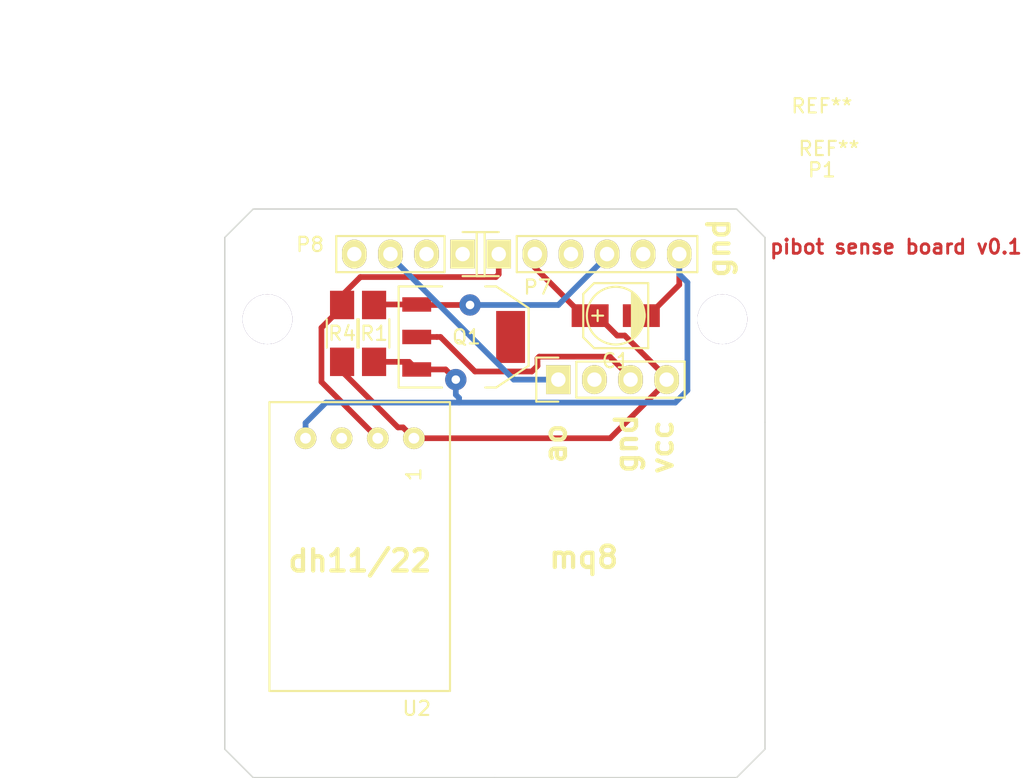
<source format=kicad_pcb>
(kicad_pcb (version 4) (host pcbnew 4.0.0-rc1-stable)

  (general
    (links 0)
    (no_connects 14)
    (area 92.821733 72.65 165.143335 127.050001)
    (thickness 1.6)
    (drawings 22)
    (tracks 64)
    (zones 0)
    (modules 10)
    (nets 7)
  )

  (page A4)
  (layers
    (0 F.Cu signal)
    (31 B.Cu signal)
    (32 B.Adhes user)
    (33 F.Adhes user)
    (34 B.Paste user hide)
    (35 F.Paste user)
    (36 B.SilkS user)
    (37 F.SilkS user)
    (38 B.Mask user hide)
    (39 F.Mask user)
    (40 Dwgs.User user)
    (41 Cmts.User user)
    (42 Eco1.User user)
    (43 Eco2.User user hide)
    (44 Edge.Cuts user)
    (45 Margin user)
    (46 B.CrtYd user hide)
    (47 F.CrtYd user hide)
    (48 B.Fab user hide)
    (49 F.Fab user hide)
  )

  (setup
    (last_trace_width 0.4)
    (trace_clearance 0.4)
    (zone_clearance 0.508)
    (zone_45_only no)
    (trace_min 0.2)
    (segment_width 0.2)
    (edge_width 0.1)
    (via_size 1.5)
    (via_drill 0.6)
    (via_min_size 0.4)
    (via_min_drill 0.3)
    (uvia_size 0.3)
    (uvia_drill 0.1)
    (uvias_allowed no)
    (uvia_min_size 0.2)
    (uvia_min_drill 0.1)
    (pcb_text_width 0.3)
    (pcb_text_size 1.5 1.5)
    (mod_edge_width 0.15)
    (mod_text_size 1 1)
    (mod_text_width 0.15)
    (pad_size 1.5 1.5)
    (pad_drill 0.6)
    (pad_to_mask_clearance 0)
    (aux_axis_origin 0 0)
    (visible_elements FFFFFF7F)
    (pcbplotparams
      (layerselection 0x010f0_80000001)
      (usegerberextensions false)
      (excludeedgelayer true)
      (linewidth 0.100000)
      (plotframeref false)
      (viasonmask false)
      (mode 1)
      (useauxorigin false)
      (hpglpennumber 1)
      (hpglpenspeed 20)
      (hpglpendiameter 15)
      (hpglpenoverlay 2)
      (psnegative false)
      (psa4output false)
      (plotreference true)
      (plotvalue true)
      (plotinvisibletext false)
      (padsonsilk false)
      (subtractmaskfromsilk false)
      (outputformat 1)
      (mirror false)
      (drillshape 0)
      (scaleselection 1)
      (outputdirectory gerberse/))
  )

  (net 0 "")
  (net 1 +5V)
  (net 2 Earth)
  (net 3 mega_adc6)
  (net 4 mega_io12_miso)
  (net 5 mega_io11_mosi)
  (net 6 "Net-(P1-Pad3)")

  (net_class Default "This is the default net class."
    (clearance 0.4)
    (trace_width 0.4)
    (via_dia 1.5)
    (via_drill 0.6)
    (uvia_dia 0.3)
    (uvia_drill 0.1)
    (add_net +5V)
    (add_net Earth)
    (add_net "Net-(P1-Pad3)")
    (add_net mega_adc6)
    (add_net mega_io11_mosi)
    (add_net mega_io12_miso)
  )

  (module Resistors_SMD:R_1206_HandSoldering (layer F.Cu) (tedit 5666ED6C) (tstamp 5638B2FB)
    (at 117.25 95.75 90)
    (descr "Resistor SMD 1206, hand soldering")
    (tags "resistor 1206")
    (path /5638B618)
    (attr smd)
    (fp_text reference R4 (at 0 0 360) (layer F.SilkS)
      (effects (font (size 1 1) (thickness 0.15)))
    )
    (fp_text value 4.7k (at 0.409 0.025 90) (layer F.Fab)
      (effects (font (size 1 1) (thickness 0.15)))
    )
    (fp_line (start -3.3 -1.2) (end 3.3 -1.2) (layer F.CrtYd) (width 0.05))
    (fp_line (start -3.3 1.2) (end 3.3 1.2) (layer F.CrtYd) (width 0.05))
    (fp_line (start -3.3 -1.2) (end -3.3 1.2) (layer F.CrtYd) (width 0.05))
    (fp_line (start 3.3 -1.2) (end 3.3 1.2) (layer F.CrtYd) (width 0.05))
    (fp_line (start 1 1.075) (end -1 1.075) (layer F.SilkS) (width 0.15))
    (fp_line (start -1 -1.075) (end 1 -1.075) (layer F.SilkS) (width 0.15))
    (pad 1 smd rect (at -2 0 90) (size 2 1.7) (layers F.Cu F.Paste F.Mask)
      (net 1 +5V))
    (pad 2 smd rect (at 2 0 90) (size 2 1.7) (layers F.Cu F.Paste F.Mask)
      (net 4 mega_io12_miso))
    (model Resistors_SMD.3dshapes/R_1206_HandSoldering.wrl
      (at (xyz 0 0 0))
      (scale (xyz 1 1 1))
      (rotate (xyz 0 0 0))
    )
  )

  (module Pin_Headers:Pin_Header_Straight_1x06 (layer F.Cu) (tedit 563B30F7) (tstamp 5638B2F5)
    (at 128.27 90.17 90)
    (descr "Through hole pin header")
    (tags "pin header")
    (path /5637813C)
    (fp_text reference P7 (at -2.33 2.73 180) (layer F.SilkS)
      (effects (font (size 1 1) (thickness 0.15)))
    )
    (fp_text value CONN_01X06 (at 4.445 6.096 180) (layer F.Fab)
      (effects (font (size 1 1) (thickness 0.15)))
    )
    (fp_line (start -1.75 -1.75) (end -1.75 14.45) (layer F.CrtYd) (width 0.05))
    (fp_line (start 1.75 -1.75) (end 1.75 14.45) (layer F.CrtYd) (width 0.05))
    (fp_line (start -1.75 -1.75) (end 1.75 -1.75) (layer F.CrtYd) (width 0.05))
    (fp_line (start -1.75 14.45) (end 1.75 14.45) (layer F.CrtYd) (width 0.05))
    (fp_line (start 1.27 1.27) (end 1.27 13.97) (layer F.SilkS) (width 0.15))
    (fp_line (start 1.27 13.97) (end -1.27 13.97) (layer F.SilkS) (width 0.15))
    (fp_line (start -1.27 13.97) (end -1.27 1.27) (layer F.SilkS) (width 0.15))
    (fp_line (start 1.55 -1.55) (end 1.55 0) (layer F.SilkS) (width 0.15))
    (fp_line (start 1.27 1.27) (end -1.27 1.27) (layer F.SilkS) (width 0.15))
    (fp_line (start -1.55 0) (end -1.55 -1.55) (layer F.SilkS) (width 0.15))
    (fp_line (start -1.55 -1.55) (end 1.55 -1.55) (layer F.SilkS) (width 0.15))
    (pad 1 thru_hole rect (at 0 0 90) (size 2.032 1.7272) (drill 1.016) (layers *.Cu *.Mask F.SilkS)
      (net 4 mega_io12_miso))
    (pad 2 thru_hole oval (at 0 2.54 90) (size 2.032 1.7272) (drill 1.016) (layers *.Cu *.Mask F.SilkS)
      (net 1 +5V))
    (pad 3 thru_hole oval (at 0 5.08 90) (size 2.032 1.7272) (drill 1.016) (layers *.Cu *.Mask F.SilkS))
    (pad 4 thru_hole oval (at 0 7.62 90) (size 2.032 1.7272) (drill 1.016) (layers *.Cu *.Mask F.SilkS)
      (net 5 mega_io11_mosi))
    (pad 5 thru_hole oval (at 0 10.16 90) (size 2.032 1.7272) (drill 1.016) (layers *.Cu *.Mask F.SilkS))
    (pad 6 thru_hole oval (at 0 12.7 90) (size 2.032 1.7272) (drill 1.016) (layers *.Cu *.Mask F.SilkS)
      (net 2 Earth))
    (model Pin_Headers.3dshapes/Pin_Header_Straight_1x06.wrl
      (at (xyz 0 -0.25 0))
      (scale (xyz 1 1 1))
      (rotate (xyz 0 0 90))
    )
  )

  (module Pin_Headers:Pin_Header_Straight_1x04 (layer F.Cu) (tedit 563B30D3) (tstamp 5637900D)
    (at 125.73 90.17 270)
    (descr "Through hole pin header")
    (tags "pin header")
    (path /5637818C)
    (fp_text reference P8 (at -0.67 10.73 360) (layer F.SilkS)
      (effects (font (size 1 1) (thickness 0.15)))
    )
    (fp_text value CONN_01X04 (at -4.191 3.556 360) (layer F.Fab)
      (effects (font (size 1 1) (thickness 0.15)))
    )
    (fp_line (start -1.75 -1.75) (end -1.75 9.4) (layer F.CrtYd) (width 0.05))
    (fp_line (start 1.75 -1.75) (end 1.75 9.4) (layer F.CrtYd) (width 0.05))
    (fp_line (start -1.75 -1.75) (end 1.75 -1.75) (layer F.CrtYd) (width 0.05))
    (fp_line (start -1.75 9.4) (end 1.75 9.4) (layer F.CrtYd) (width 0.05))
    (fp_line (start -1.27 1.27) (end -1.27 8.89) (layer F.SilkS) (width 0.15))
    (fp_line (start 1.27 1.27) (end 1.27 8.89) (layer F.SilkS) (width 0.15))
    (fp_line (start 1.55 -1.55) (end 1.55 0) (layer F.SilkS) (width 0.15))
    (fp_line (start -1.27 8.89) (end 1.27 8.89) (layer F.SilkS) (width 0.15))
    (fp_line (start 1.27 1.27) (end -1.27 1.27) (layer F.SilkS) (width 0.15))
    (fp_line (start -1.55 0) (end -1.55 -1.55) (layer F.SilkS) (width 0.15))
    (fp_line (start -1.55 -1.55) (end 1.55 -1.55) (layer F.SilkS) (width 0.15))
    (pad 1 thru_hole rect (at 0 0 270) (size 2.032 1.7272) (drill 1.016) (layers *.Cu *.Mask F.SilkS))
    (pad 2 thru_hole oval (at 0 2.54 270) (size 2.032 1.7272) (drill 1.016) (layers *.Cu *.Mask F.SilkS))
    (pad 3 thru_hole oval (at 0 5.08 270) (size 2.032 1.7272) (drill 1.016) (layers *.Cu *.Mask F.SilkS)
      (net 3 mega_adc6))
    (pad 4 thru_hole oval (at 0 7.62 270) (size 2.032 1.7272) (drill 1.016) (layers *.Cu *.Mask F.SilkS))
    (model Pin_Headers.3dshapes/Pin_Header_Straight_1x04.wrl
      (at (xyz 0 -0.15 0))
      (scale (xyz 1 1 1))
      (rotate (xyz 0 0 90))
    )
  )

  (module Resistors_SMD:R_1206_HandSoldering (layer F.Cu) (tedit 5666EFC1) (tstamp 56379024)
    (at 119.5 95.75 270)
    (descr "Resistor SMD 1206, hand soldering")
    (tags "resistor 1206")
    (path /563790C8)
    (attr smd)
    (fp_text reference R1 (at 0 0 360) (layer F.SilkS)
      (effects (font (size 1 1) (thickness 0.15)))
    )
    (fp_text value 4k7 (at -0.635 2.54 270) (layer F.Fab)
      (effects (font (size 1 1) (thickness 0.15)))
    )
    (fp_line (start -3.3 -1.2) (end 3.3 -1.2) (layer F.CrtYd) (width 0.05))
    (fp_line (start -3.3 1.2) (end 3.3 1.2) (layer F.CrtYd) (width 0.05))
    (fp_line (start -3.3 -1.2) (end -3.3 1.2) (layer F.CrtYd) (width 0.05))
    (fp_line (start 3.3 -1.2) (end 3.3 1.2) (layer F.CrtYd) (width 0.05))
    (fp_line (start 1 1.075) (end -1 1.075) (layer F.SilkS) (width 0.15))
    (fp_line (start -1 -1.075) (end 1 -1.075) (layer F.SilkS) (width 0.15))
    (pad 1 smd rect (at -2 0 270) (size 2 1.7) (layers F.Cu F.Paste F.Mask)
      (net 5 mega_io11_mosi))
    (pad 2 smd rect (at 2 0 270) (size 2 1.7) (layers F.Cu F.Paste F.Mask)
      (net 2 Earth))
    (model Resistors_SMD.3dshapes/R_1206_HandSoldering.wrl
      (at (xyz 0 0 0))
      (scale (xyz 1 1 1))
      (rotate (xyz 0 0 0))
    )
  )

  (module Capacitors_SMD:c_elec_4x4.5 (layer F.Cu) (tedit 5666EFC3) (tstamp 5638CCF1)
    (at 136.5 94.5 180)
    (descr "SMT capacitor, aluminium electrolytic, 4x4.5")
    (path /5638CC3D)
    (attr smd)
    (fp_text reference C1 (at 0 -3.175 180) (layer F.SilkS)
      (effects (font (size 1 1) (thickness 0.15)))
    )
    (fp_text value 4.7uf (at 0.508 -2.286 180) (layer F.Fab)
      (effects (font (size 1 1) (thickness 0.15)))
    )
    (fp_line (start -3.35 2.65) (end 3.35 2.65) (layer F.CrtYd) (width 0.05))
    (fp_line (start 3.35 -2.65) (end -3.35 -2.65) (layer F.CrtYd) (width 0.05))
    (fp_line (start -3.35 -2.65) (end -3.35 2.65) (layer F.CrtYd) (width 0.05))
    (fp_line (start 3.35 2.65) (end 3.35 -2.65) (layer F.CrtYd) (width 0.05))
    (fp_line (start 1.651 0) (end 0.889 0) (layer F.SilkS) (width 0.15))
    (fp_line (start 1.27 -0.381) (end 1.27 0.381) (layer F.SilkS) (width 0.15))
    (fp_line (start 1.524 2.286) (end -2.286 2.286) (layer F.SilkS) (width 0.15))
    (fp_line (start 2.286 -1.524) (end 2.286 1.524) (layer F.SilkS) (width 0.15))
    (fp_line (start 1.524 2.286) (end 2.286 1.524) (layer F.SilkS) (width 0.15))
    (fp_line (start 1.524 -2.286) (end -2.286 -2.286) (layer F.SilkS) (width 0.15))
    (fp_line (start 1.524 -2.286) (end 2.286 -1.524) (layer F.SilkS) (width 0.15))
    (fp_line (start -2.032 0.127) (end -2.032 -0.127) (layer F.SilkS) (width 0.15))
    (fp_line (start -1.905 -0.635) (end -1.905 0.635) (layer F.SilkS) (width 0.15))
    (fp_line (start -1.778 0.889) (end -1.778 -0.889) (layer F.SilkS) (width 0.15))
    (fp_line (start -1.651 1.143) (end -1.651 -1.143) (layer F.SilkS) (width 0.15))
    (fp_line (start -1.524 -1.27) (end -1.524 1.27) (layer F.SilkS) (width 0.15))
    (fp_line (start -1.397 1.397) (end -1.397 -1.397) (layer F.SilkS) (width 0.15))
    (fp_line (start -1.27 -1.524) (end -1.27 1.524) (layer F.SilkS) (width 0.15))
    (fp_line (start -1.143 -1.651) (end -1.143 1.651) (layer F.SilkS) (width 0.15))
    (fp_line (start -2.286 -2.286) (end -2.286 2.286) (layer F.SilkS) (width 0.15))
    (fp_circle (center 0 0) (end -2.032 0) (layer F.SilkS) (width 0.15))
    (pad 1 smd rect (at 1.80086 0 180) (size 2.60096 1.6002) (layers F.Cu F.Paste F.Mask)
      (net 1 +5V))
    (pad 2 smd rect (at -1.80086 0 180) (size 2.60096 1.6002) (layers F.Cu F.Paste F.Mask)
      (net 2 Earth))
    (model Capacitors_SMD.3dshapes/c_elec_4x4.5.wrl
      (at (xyz 0 0 0))
      (scale (xyz 1 1 1))
      (rotate (xyz 0 0 0))
    )
  )

  (module fp:SOT-223 (layer F.Cu) (tedit 5637C205) (tstamp 563B14C5)
    (at 125.802 96 270)
    (descr "module CMS SOT223 4 pins")
    (tags "CMS SOT")
    (path /563796E1)
    (attr smd)
    (fp_text reference Q1 (at 0 -0.198 360) (layer F.SilkS)
      (effects (font (size 1 1) (thickness 0.15)))
    )
    (fp_text value Q_NMOS_DGS (at 0 0.762 270) (layer F.Fab)
      (effects (font (size 1 1) (thickness 0.15)))
    )
    (fp_line (start -3.556 1.524) (end -3.556 4.572) (layer F.SilkS) (width 0.15))
    (fp_line (start -3.556 4.572) (end 3.556 4.572) (layer F.SilkS) (width 0.15))
    (fp_line (start 3.556 4.572) (end 3.556 1.524) (layer F.SilkS) (width 0.15))
    (fp_line (start -3.556 -1.524) (end -3.556 -2.286) (layer F.SilkS) (width 0.15))
    (fp_line (start -3.556 -2.286) (end -2.032 -4.572) (layer F.SilkS) (width 0.15))
    (fp_line (start -2.032 -4.572) (end 2.032 -4.572) (layer F.SilkS) (width 0.15))
    (fp_line (start 2.032 -4.572) (end 3.556 -2.286) (layer F.SilkS) (width 0.15))
    (fp_line (start 3.556 -2.286) (end 3.556 -1.524) (layer F.SilkS) (width 0.15))
    (pad 4 smd rect (at 0 -3.302 270) (size 3.6576 2.032) (layers F.Cu F.Paste F.Mask))
    (pad 1 smd rect (at 0 3.302 270) (size 1.016 2.032) (layers F.Cu F.Paste F.Mask)
      (net 6 "Net-(P1-Pad3)"))
    (pad 3 smd rect (at 2.286 3.302 270) (size 1.016 2.032) (layers F.Cu F.Paste F.Mask)
      (net 2 Earth))
    (pad 2 smd rect (at -2.286 3.302 270) (size 1.016 2.032) (layers F.Cu F.Paste F.Mask)
      (net 5 mega_io11_mosi))
    (model TO_SOT_Packages_SMD.3dshapes/SOT-223.wrl
      (at (xyz 0 0 0))
      (scale (xyz 0.4 0.4 0.4))
      (rotate (xyz 0 0 0))
    )
  )

  (module fp:dht11 (layer F.Cu) (tedit 56379392) (tstamp 56379043)
    (at 112.141 103.124 270)
    (path /56378B00)
    (fp_text reference U2 (at 19.01 -10.36 540) (layer F.SilkS)
      (effects (font (size 1 1) (thickness 0.15)))
    )
    (fp_text value dht11 (at 7.878 -4.314 270) (layer F.Fab)
      (effects (font (size 1 1) (thickness 0.15)))
    )
    (fp_text user 1 (at 2.54 -10.16 270) (layer F.SilkS)
      (effects (font (size 1 1) (thickness 0.15)))
    )
    (fp_line (start -2.54 -12.7) (end -2.54 0) (layer F.SilkS) (width 0.15))
    (fp_line (start -2.54 0) (end 2.54 0) (layer F.SilkS) (width 0.15))
    (fp_line (start 2.54 0) (end 17.78 0) (layer F.SilkS) (width 0.15))
    (fp_line (start 17.78 0) (end 17.78 -12.7) (layer F.SilkS) (width 0.15))
    (fp_line (start 17.78 -12.7) (end -2.54 -12.7) (layer F.SilkS) (width 0.15))
    (pad 1 thru_hole circle (at 0 -10.16 270) (size 1.524 1.524) (drill 0.762) (layers *.Cu *.Mask F.SilkS)
      (net 1 +5V))
    (pad 2 thru_hole circle (at 0 -7.62 270) (size 1.524 1.524) (drill 0.762) (layers *.Cu *.Mask F.SilkS)
      (net 4 mega_io12_miso))
    (pad 3 thru_hole circle (at 0 -5.08 270) (size 1.524 1.524) (drill 0.762) (layers *.Cu *.Mask F.SilkS))
    (pad 4 thru_hole circle (at 0 -2.54 270) (size 1.524 1.524) (drill 0.762) (layers *.Cu *.Mask F.SilkS)
      (net 2 Earth))
  )

  (module Pin_Headers:Pin_Header_Straight_1x04 (layer F.Cu) (tedit 0) (tstamp 5666EC71)
    (at 132.461 99 90)
    (descr "Through hole pin header")
    (tags "pin header")
    (path /5666EC7E)
    (fp_text reference P1 (at 14.75 18.539 180) (layer F.SilkS)
      (effects (font (size 1 1) (thickness 0.15)))
    )
    (fp_text value CONN_01X04 (at 0 -3.1 90) (layer F.Fab)
      (effects (font (size 1 1) (thickness 0.15)))
    )
    (fp_line (start -1.75 -1.75) (end -1.75 9.4) (layer F.CrtYd) (width 0.05))
    (fp_line (start 1.75 -1.75) (end 1.75 9.4) (layer F.CrtYd) (width 0.05))
    (fp_line (start -1.75 -1.75) (end 1.75 -1.75) (layer F.CrtYd) (width 0.05))
    (fp_line (start -1.75 9.4) (end 1.75 9.4) (layer F.CrtYd) (width 0.05))
    (fp_line (start -1.27 1.27) (end -1.27 8.89) (layer F.SilkS) (width 0.15))
    (fp_line (start 1.27 1.27) (end 1.27 8.89) (layer F.SilkS) (width 0.15))
    (fp_line (start 1.55 -1.55) (end 1.55 0) (layer F.SilkS) (width 0.15))
    (fp_line (start -1.27 8.89) (end 1.27 8.89) (layer F.SilkS) (width 0.15))
    (fp_line (start 1.27 1.27) (end -1.27 1.27) (layer F.SilkS) (width 0.15))
    (fp_line (start -1.55 0) (end -1.55 -1.55) (layer F.SilkS) (width 0.15))
    (fp_line (start -1.55 -1.55) (end 1.55 -1.55) (layer F.SilkS) (width 0.15))
    (pad 1 thru_hole rect (at 0 0 90) (size 2.032 1.7272) (drill 1.016) (layers *.Cu *.Mask F.SilkS)
      (net 3 mega_adc6))
    (pad 2 thru_hole oval (at 0 2.54 90) (size 2.032 1.7272) (drill 1.016) (layers *.Cu *.Mask F.SilkS))
    (pad 3 thru_hole oval (at 0 5.08 90) (size 2.032 1.7272) (drill 1.016) (layers *.Cu *.Mask F.SilkS)
      (net 6 "Net-(P1-Pad3)"))
    (pad 4 thru_hole oval (at 0 7.62 90) (size 2.032 1.7272) (drill 1.016) (layers *.Cu *.Mask F.SilkS)
      (net 1 +5V))
    (model Pin_Headers.3dshapes/Pin_Header_Straight_1x04.wrl
      (at (xyz 0 -0.15 0))
      (scale (xyz 1 1 1))
      (rotate (xyz 0 0 90))
    )
  )

  (module Mounting_Holes:MountingHole_3-5mm (layer F.Cu) (tedit 0) (tstamp 5666F227)
    (at 144 94.75)
    (descr "Mounting hole, Befestigungsbohrung, 3,5mm, No Annular, Kein Restring,")
    (tags "Mounting hole, Befestigungsbohrung, 3,5mm, No Annular, Kein Restring,")
    (fp_text reference REF** (at 7.5 -12) (layer F.SilkS)
      (effects (font (size 1 1) (thickness 0.15)))
    )
    (fp_text value MountingHole_3-5mm (at 0 5.00126) (layer F.Fab)
      (effects (font (size 1 1) (thickness 0.15)))
    )
    (fp_circle (center 0 0) (end 3.5 0) (layer Cmts.User) (width 0.381))
    (pad 1 thru_hole circle (at 0 0) (size 3.5 3.5) (drill 3.5) (layers))
  )

  (module Mounting_Holes:MountingHole_3-5mm (layer F.Cu) (tedit 0) (tstamp 5666F22A)
    (at 112 94.75)
    (descr "Mounting hole, Befestigungsbohrung, 3,5mm, No Annular, Kein Restring,")
    (tags "Mounting hole, Befestigungsbohrung, 3,5mm, No Annular, Kein Restring,")
    (fp_text reference REF** (at 39 -15) (layer F.SilkS)
      (effects (font (size 1 1) (thickness 0.15)))
    )
    (fp_text value MountingHole_3-5mm (at 0 5.00126) (layer F.Fab)
      (effects (font (size 1 1) (thickness 0.15)))
    )
    (fp_circle (center 0 0) (end 3.5 0) (layer Cmts.User) (width 0.381))
    (pad 1 thru_hole circle (at 0 0) (size 3.5 3.5) (drill 3.5) (layers))
  )

  (dimension 32 (width 0.3) (layer Eco1.User)
    (gr_text "32.000 mm" (at 128 82.9) (layer Eco1.User)
      (effects (font (size 1.5 1.5) (thickness 0.3)))
    )
    (feature1 (pts (xy 144 94.75) (xy 144 81.55)))
    (feature2 (pts (xy 112 94.75) (xy 112 81.55)))
    (crossbar (pts (xy 112 84.25) (xy 144 84.25)))
    (arrow1a (pts (xy 144 84.25) (xy 142.873496 84.836421)))
    (arrow1b (pts (xy 144 84.25) (xy 142.873496 83.663579)))
    (arrow2a (pts (xy 112 84.25) (xy 113.126504 84.836421)))
    (arrow2b (pts (xy 112 84.25) (xy 113.126504 83.663579)))
  )
  (dimension 7.75 (width 0.3) (layer Eco1.User)
    (gr_text "7.750 mm" (at 105.65 90.875 90) (layer Eco1.User)
      (effects (font (size 1.5 1.5) (thickness 0.3)))
    )
    (feature1 (pts (xy 112 87) (xy 104.3 87)))
    (feature2 (pts (xy 112 94.75) (xy 104.3 94.75)))
    (crossbar (pts (xy 107 94.75) (xy 107 87)))
    (arrow1a (pts (xy 107 87) (xy 107.586421 88.126504)))
    (arrow1b (pts (xy 107 87) (xy 106.413579 88.126504)))
    (arrow2a (pts (xy 107 94.75) (xy 107.586421 93.623496)))
    (arrow2b (pts (xy 107 94.75) (xy 106.413579 93.623496)))
  )
  (dimension 3 (width 0.3) (layer Eco1.User)
    (gr_text "3.000 mm" (at 110.5 74.15) (layer Eco1.User)
      (effects (font (size 1.5 1.5) (thickness 0.3)))
    )
    (feature1 (pts (xy 109 94.75) (xy 109 72.8)))
    (feature2 (pts (xy 112 94.75) (xy 112 72.8)))
    (crossbar (pts (xy 112 75.5) (xy 109 75.5)))
    (arrow1a (pts (xy 109 75.5) (xy 110.126504 74.913579)))
    (arrow1b (pts (xy 109 75.5) (xy 110.126504 76.086421)))
    (arrow2a (pts (xy 112 75.5) (xy 110.873496 74.913579)))
    (arrow2b (pts (xy 112 75.5) (xy 110.873496 76.086421)))
  )
  (dimension 38 (width 0.3) (layer Eco1.User)
    (gr_text "38.000 mm" (at 128 79.4) (layer Eco1.User)
      (effects (font (size 1.5 1.5) (thickness 0.3)))
    )
    (feature1 (pts (xy 147 88.75) (xy 147 78.05)))
    (feature2 (pts (xy 109 88.75) (xy 109 78.05)))
    (crossbar (pts (xy 109 80.75) (xy 147 80.75)))
    (arrow1a (pts (xy 147 80.75) (xy 145.873496 81.336421)))
    (arrow1b (pts (xy 147 80.75) (xy 145.873496 80.163579)))
    (arrow2a (pts (xy 109 80.75) (xy 110.126504 81.336421)))
    (arrow2b (pts (xy 109 80.75) (xy 110.126504 80.163579)))
  )
  (gr_text dh11/22 (at 118.5 111.75) (layer F.SilkS)
    (effects (font (size 1.5 1.5) (thickness 0.3)))
  )
  (gr_text ao (at 132.25 103.5 90) (layer F.SilkS)
    (effects (font (size 1.5 1.5) (thickness 0.3)))
  )
  (gr_text gnd (at 137.25 103.5 90) (layer F.SilkS)
    (effects (font (size 1.5 1.5) (thickness 0.3)))
  )
  (gr_text vcc (at 139.75 103.75 90) (layer F.SilkS)
    (effects (font (size 1.5 1.5) (thickness 0.3)))
  )
  (gr_text "mq8\n" (at 134.25 111.5) (layer F.SilkS)
    (effects (font (size 1.5 1.5) (thickness 0.3)))
  )
  (gr_line (start 147 125) (end 145 127) (layer Edge.Cuts) (width 0.1))
  (gr_line (start 109 125) (end 111 127) (layer Edge.Cuts) (width 0.1))
  (gr_line (start 111 87) (end 109 89) (layer Edge.Cuts) (width 0.1))
  (gr_line (start 145 87) (end 147 89) (layer Edge.Cuts) (width 0.1))
  (gr_line (start 145 127) (end 128 127) (layer Edge.Cuts) (width 0.1))
  (gr_line (start 147 102) (end 147 125) (layer Edge.Cuts) (width 0.1))
  (gr_line (start 128 127) (end 111 127) (layer Edge.Cuts) (width 0.1))
  (gr_line (start 147 89) (end 147 102) (layer Edge.Cuts) (width 0.1))
  (gr_text gnd (at 143.75 89.75 90) (layer F.SilkS)
    (effects (font (size 1.5 1.5) (thickness 0.3)))
  )
  (gr_line (start 111 87) (end 145 87) (layer Edge.Cuts) (width 0.1))
  (dimension 40 (width 0.3) (layer Eco1.User)
    (gr_text "40.000 mm" (at 99.471732 106.889963 270) (layer Eco1.User)
      (effects (font (size 1.5 1.5) (thickness 0.3)))
    )
    (feature1 (pts (xy 111.821732 126.889963) (xy 98.121732 126.889963)))
    (feature2 (pts (xy 111.821732 86.889963) (xy 98.121732 86.889963)))
    (crossbar (pts (xy 100.821732 86.889963) (xy 100.821732 126.889963)))
    (arrow1a (pts (xy 100.821732 126.889963) (xy 100.235311 125.763459)))
    (arrow1b (pts (xy 100.821732 126.889963) (xy 101.408153 125.763459)))
    (arrow2a (pts (xy 100.821732 86.889963) (xy 100.235311 88.016467)))
    (arrow2b (pts (xy 100.821732 86.889963) (xy 101.408153 88.016467)))
  )
  (gr_text "pibot sense board v0.1" (at 156.21 89.662) (layer F.Cu)
    (effects (font (size 1 1) (thickness 0.2)))
  )
  (gr_line (start 109 125) (end 109 89) (layer Edge.Cuts) (width 0.1))

  (segment (start 140.081 99) (end 140.081 99.1524) (width 0.4) (layer F.Cu) (net 1))
  (segment (start 140.081 99.1524) (end 136.1094 103.124) (width 0.4) (layer F.Cu) (net 1))
  (segment (start 136.1094 103.124) (end 122.301 103.124) (width 0.4) (layer F.Cu) (net 1))
  (segment (start 117.25 97.75) (end 117.25 98.430002) (width 0.4) (layer F.Cu) (net 1))
  (segment (start 117.25 98.430002) (end 121.181999 102.362001) (width 0.4) (layer F.Cu) (net 1))
  (segment (start 121.181999 102.362001) (end 121.539001 102.362001) (width 0.4) (layer F.Cu) (net 1))
  (segment (start 121.539001 102.362001) (end 122.301 103.124) (width 0.4) (layer F.Cu) (net 1))
  (segment (start 130.81 90.17) (end 130.81 91.11124) (width 0.4) (layer F.Cu) (net 1))
  (segment (start 130.81 91.11124) (end 134.19876 94.5) (width 0.4) (layer F.Cu) (net 1))
  (segment (start 134.19876 94.5) (end 134.69914 94.5) (width 0.4) (layer F.Cu) (net 1))
  (segment (start 140.081 99) (end 140.081 98.8476) (width 0.4) (layer F.Cu) (net 1))
  (segment (start 140.081 98.8476) (end 137.133501 95.900101) (width 0.4) (layer F.Cu) (net 1))
  (segment (start 137.133501 95.900101) (end 136.599621 95.900101) (width 0.4) (layer F.Cu) (net 1))
  (segment (start 136.599621 95.900101) (end 135.19952 94.5) (width 0.4) (layer F.Cu) (net 1))
  (segment (start 135.19952 94.5) (end 134.69914 94.5) (width 0.4) (layer F.Cu) (net 1))
  (segment (start 116.11136 100.61601) (end 125.481329 100.61601) (width 0.4) (layer B.Cu) (net 2))
  (segment (start 125.481329 100.61601) (end 140.687247 100.61601) (width 0.4) (layer B.Cu) (net 2))
  (segment (start 125.25 99) (end 125.25 100.06066) (width 0.4) (layer B.Cu) (net 2))
  (segment (start 125.25 100.06066) (end 125.481329 100.291989) (width 0.4) (layer B.Cu) (net 2))
  (segment (start 125.481329 100.291989) (end 125.481329 100.61601) (width 0.4) (layer B.Cu) (net 2))
  (via (at 125.25 99) (size 1.5) (drill 0.6) (layers F.Cu B.Cu) (net 2))
  (segment (start 122.5 98.286) (end 124.536 98.286) (width 0.4) (layer F.Cu) (net 2))
  (segment (start 124.536 98.286) (end 125.25 99) (width 0.4) (layer F.Cu) (net 2))
  (segment (start 114.681 103.124) (end 114.681 102.04637) (width 0.4) (layer B.Cu) (net 2))
  (segment (start 114.681 102.04637) (end 116.11136 100.61601) (width 0.4) (layer B.Cu) (net 2))
  (segment (start 141.54461 99.758647) (end 141.54461 92.16061) (width 0.4) (layer B.Cu) (net 2))
  (segment (start 140.687247 100.61601) (end 141.54461 99.758647) (width 0.4) (layer B.Cu) (net 2))
  (segment (start 141.54461 92.16061) (end 140.97 91.586) (width 0.4) (layer B.Cu) (net 2))
  (segment (start 140.97 91.586) (end 140.97 90.17) (width 0.4) (layer B.Cu) (net 2))
  (segment (start 119.5 97.75) (end 121.964 97.75) (width 0.4) (layer F.Cu) (net 2))
  (segment (start 121.964 97.75) (end 122.5 98.286) (width 0.4) (layer F.Cu) (net 2))
  (segment (start 140.97 90.17) (end 140.97 92.33124) (width 0.4) (layer F.Cu) (net 2))
  (segment (start 140.97 92.33124) (end 138.80124 94.5) (width 0.4) (layer F.Cu) (net 2))
  (segment (start 138.80124 94.5) (end 138.30086 94.5) (width 0.4) (layer F.Cu) (net 2))
  (segment (start 132.461 99) (end 129.3276 99) (width 0.4) (layer B.Cu) (net 3))
  (segment (start 129.3276 99) (end 120.65 90.3224) (width 0.4) (layer B.Cu) (net 3))
  (segment (start 120.65 90.3224) (end 120.65 90.17) (width 0.4) (layer B.Cu) (net 3))
  (segment (start 117.25 93.75) (end 117.25 93.069998) (width 0.4) (layer F.Cu) (net 4))
  (segment (start 117.25 93.069998) (end 118.533997 91.786001) (width 0.4) (layer F.Cu) (net 4))
  (segment (start 128.27 91.586) (end 128.27 90.17) (width 0.4) (layer F.Cu) (net 4))
  (segment (start 118.533997 91.786001) (end 128.069999 91.786001) (width 0.4) (layer F.Cu) (net 4))
  (segment (start 128.069999 91.786001) (end 128.27 91.586) (width 0.4) (layer F.Cu) (net 4))
  (segment (start 119.761 103.124) (end 115.799999 99.162999) (width 0.4) (layer F.Cu) (net 4))
  (segment (start 115.799999 99.162999) (end 115.799999 95.350001) (width 0.4) (layer F.Cu) (net 4))
  (segment (start 115.799999 95.350001) (end 117.25 93.9) (width 0.4) (layer F.Cu) (net 4))
  (segment (start 117.25 93.9) (end 117.25 93.75) (width 0.4) (layer F.Cu) (net 4))
  (segment (start 126.25 93.75) (end 122.536 93.75) (width 0.4) (layer F.Cu) (net 5))
  (segment (start 122.536 93.75) (end 122.5 93.714) (width 0.4) (layer F.Cu) (net 5))
  (segment (start 135.89 90.17) (end 135.89 90.3224) (width 0.4) (layer B.Cu) (net 5))
  (segment (start 135.89 90.3224) (end 132.4624 93.75) (width 0.4) (layer B.Cu) (net 5))
  (segment (start 132.4624 93.75) (end 126.25 93.75) (width 0.4) (layer B.Cu) (net 5))
  (via (at 126.25 93.75) (size 1.5) (drill 0.6) (layers F.Cu B.Cu) (net 5))
  (segment (start 122.5 93.714) (end 119.536 93.714) (width 0.4) (layer F.Cu) (net 5))
  (segment (start 119.536 93.714) (end 119.5 93.75) (width 0.4) (layer F.Cu) (net 5))
  (segment (start 126.600002 98.428801) (end 124.171201 96) (width 0.4) (layer F.Cu) (net 6))
  (segment (start 130.600001 98.428801) (end 126.600002 98.428801) (width 0.4) (layer F.Cu) (net 6))
  (segment (start 130.997399 98.031403) (end 130.600001 98.428801) (width 0.4) (layer F.Cu) (net 6))
  (segment (start 130.997399 97.503999) (end 130.997399 98.031403) (width 0.4) (layer F.Cu) (net 6))
  (segment (start 136.077399 97.383999) (end 131.117399 97.383999) (width 0.4) (layer F.Cu) (net 6))
  (segment (start 123.916 96) (end 122.5 96) (width 0.4) (layer F.Cu) (net 6))
  (segment (start 124.171201 96) (end 123.916 96) (width 0.4) (layer F.Cu) (net 6))
  (segment (start 137.541 98.8476) (end 136.077399 97.383999) (width 0.4) (layer F.Cu) (net 6))
  (segment (start 137.541 99) (end 137.541 98.8476) (width 0.4) (layer F.Cu) (net 6))
  (segment (start 131.117399 97.383999) (end 130.997399 97.503999) (width 0.4) (layer F.Cu) (net 6))

)

</source>
